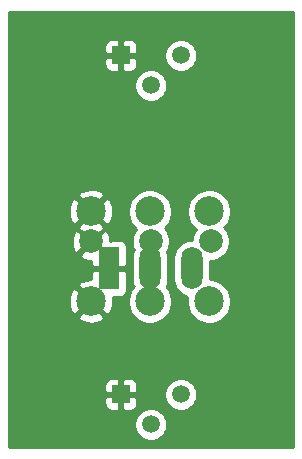
<source format=gbr>
%TF.GenerationSoftware,KiCad,Pcbnew,(5.1.9-0-10_14)*%
%TF.CreationDate,2021-10-27T21:19:31+01:00*%
%TF.ProjectId,Temp~Sensor,54656d70-7e53-4656-9e73-6f722e6b6963,rev?*%
%TF.SameCoordinates,Original*%
%TF.FileFunction,Copper,L2,Bot*%
%TF.FilePolarity,Positive*%
%FSLAX46Y46*%
G04 Gerber Fmt 4.6, Leading zero omitted, Abs format (unit mm)*
G04 Created by KiCad (PCBNEW (5.1.9-0-10_14)) date 2021-10-27 21:19:31*
%MOMM*%
%LPD*%
G01*
G04 APERTURE LIST*
%TA.AperFunction,ComponentPad*%
%ADD10C,1.520000*%
%TD*%
%TA.AperFunction,ComponentPad*%
%ADD11R,1.520000X1.520000*%
%TD*%
%TA.AperFunction,ComponentPad*%
%ADD12R,1.800000X3.600000*%
%TD*%
%TA.AperFunction,ComponentPad*%
%ADD13O,1.800000X3.600000*%
%TD*%
%TA.AperFunction,ComponentPad*%
%ADD14C,2.500000*%
%TD*%
%TA.AperFunction,ComponentPad*%
%ADD15C,2.000000*%
%TD*%
%TA.AperFunction,Conductor*%
%ADD16C,0.254000*%
%TD*%
%TA.AperFunction,Conductor*%
%ADD17C,0.100000*%
%TD*%
G04 APERTURE END LIST*
D10*
%TO.P,U2,2*%
%TO.N,Net-(D1-Pad1)*%
X132080000Y-109220000D03*
%TO.P,U2,3*%
%TO.N,Net-(J1-Pad3)*%
X134620000Y-106680000D03*
D11*
%TO.P,U2,1*%
%TO.N,Net-(J1-Pad1)*%
X129540000Y-106680000D03*
%TD*%
D10*
%TO.P,U1,2*%
%TO.N,Net-(D1-Pad1)*%
X132080000Y-80518000D03*
%TO.P,U1,3*%
%TO.N,Net-(J1-Pad3)*%
X134620000Y-77978000D03*
D11*
%TO.P,U1,1*%
%TO.N,Net-(J1-Pad1)*%
X129540000Y-77978000D03*
%TD*%
D12*
%TO.P,J1,1*%
%TO.N,Net-(J1-Pad1)*%
X128524000Y-96012000D03*
D13*
%TO.P,J1,2*%
%TO.N,Net-(D1-Pad1)*%
X132024000Y-96012000D03*
%TO.P,J1,3*%
%TO.N,Net-(J1-Pad3)*%
X135524000Y-96012000D03*
%TD*%
D14*
%TO.P,J2,3*%
%TO.N,Net-(J1-Pad3)*%
X137000000Y-98806000D03*
%TO.P,J2,2*%
%TO.N,Net-(D1-Pad1)*%
X132000000Y-98806000D03*
%TO.P,J2,1*%
%TO.N,Net-(J1-Pad1)*%
X127000000Y-98806000D03*
%TO.P,J2,3*%
%TO.N,Net-(J1-Pad3)*%
X137000000Y-91186000D03*
%TO.P,J2,2*%
%TO.N,Net-(D1-Pad1)*%
X132000000Y-91186000D03*
%TO.P,J2,1*%
%TO.N,Net-(J1-Pad1)*%
X127000000Y-91186000D03*
%TD*%
D15*
%TO.P,J3,3*%
%TO.N,Net-(J1-Pad3)*%
X137160000Y-98806000D03*
%TO.P,J3,2*%
%TO.N,Net-(D1-Pad1)*%
X132080000Y-98806000D03*
%TO.P,J3,1*%
%TO.N,Net-(J1-Pad1)*%
X127000000Y-98806000D03*
%TO.P,J3,3*%
%TO.N,Net-(J1-Pad3)*%
X137160000Y-93726000D03*
%TO.P,J3,2*%
%TO.N,Net-(D1-Pad1)*%
X132080000Y-93726000D03*
%TO.P,J3,1*%
%TO.N,Net-(J1-Pad1)*%
X127000000Y-93726000D03*
%TD*%
D16*
%TO.N,Net-(J1-Pad1)*%
X144120001Y-111100000D02*
X120040000Y-111100000D01*
X120040000Y-109082604D01*
X130685000Y-109082604D01*
X130685000Y-109357396D01*
X130738609Y-109626907D01*
X130843767Y-109880780D01*
X130996433Y-110109261D01*
X131190739Y-110303567D01*
X131419220Y-110456233D01*
X131673093Y-110561391D01*
X131942604Y-110615000D01*
X132217396Y-110615000D01*
X132486907Y-110561391D01*
X132740780Y-110456233D01*
X132969261Y-110303567D01*
X133163567Y-110109261D01*
X133316233Y-109880780D01*
X133421391Y-109626907D01*
X133475000Y-109357396D01*
X133475000Y-109082604D01*
X133421391Y-108813093D01*
X133316233Y-108559220D01*
X133163567Y-108330739D01*
X132969261Y-108136433D01*
X132740780Y-107983767D01*
X132486907Y-107878609D01*
X132217396Y-107825000D01*
X131942604Y-107825000D01*
X131673093Y-107878609D01*
X131419220Y-107983767D01*
X131190739Y-108136433D01*
X130996433Y-108330739D01*
X130843767Y-108559220D01*
X130738609Y-108813093D01*
X130685000Y-109082604D01*
X120040000Y-109082604D01*
X120040000Y-107440000D01*
X128141928Y-107440000D01*
X128154188Y-107564482D01*
X128190498Y-107684180D01*
X128249463Y-107794494D01*
X128328815Y-107891185D01*
X128425506Y-107970537D01*
X128535820Y-108029502D01*
X128655518Y-108065812D01*
X128780000Y-108078072D01*
X129254250Y-108075000D01*
X129413000Y-107916250D01*
X129413000Y-106807000D01*
X129667000Y-106807000D01*
X129667000Y-107916250D01*
X129825750Y-108075000D01*
X130300000Y-108078072D01*
X130424482Y-108065812D01*
X130544180Y-108029502D01*
X130654494Y-107970537D01*
X130751185Y-107891185D01*
X130830537Y-107794494D01*
X130889502Y-107684180D01*
X130925812Y-107564482D01*
X130938072Y-107440000D01*
X130935000Y-106965750D01*
X130776250Y-106807000D01*
X129667000Y-106807000D01*
X129413000Y-106807000D01*
X128303750Y-106807000D01*
X128145000Y-106965750D01*
X128141928Y-107440000D01*
X120040000Y-107440000D01*
X120040000Y-105920000D01*
X128141928Y-105920000D01*
X128145000Y-106394250D01*
X128303750Y-106553000D01*
X129413000Y-106553000D01*
X129413000Y-105443750D01*
X129667000Y-105443750D01*
X129667000Y-106553000D01*
X130776250Y-106553000D01*
X130786646Y-106542604D01*
X133225000Y-106542604D01*
X133225000Y-106817396D01*
X133278609Y-107086907D01*
X133383767Y-107340780D01*
X133536433Y-107569261D01*
X133730739Y-107763567D01*
X133959220Y-107916233D01*
X134213093Y-108021391D01*
X134482604Y-108075000D01*
X134757396Y-108075000D01*
X135026907Y-108021391D01*
X135280780Y-107916233D01*
X135509261Y-107763567D01*
X135703567Y-107569261D01*
X135856233Y-107340780D01*
X135961391Y-107086907D01*
X136015000Y-106817396D01*
X136015000Y-106542604D01*
X135961391Y-106273093D01*
X135856233Y-106019220D01*
X135703567Y-105790739D01*
X135509261Y-105596433D01*
X135280780Y-105443767D01*
X135026907Y-105338609D01*
X134757396Y-105285000D01*
X134482604Y-105285000D01*
X134213093Y-105338609D01*
X133959220Y-105443767D01*
X133730739Y-105596433D01*
X133536433Y-105790739D01*
X133383767Y-106019220D01*
X133278609Y-106273093D01*
X133225000Y-106542604D01*
X130786646Y-106542604D01*
X130935000Y-106394250D01*
X130938072Y-105920000D01*
X130925812Y-105795518D01*
X130889502Y-105675820D01*
X130830537Y-105565506D01*
X130751185Y-105468815D01*
X130654494Y-105389463D01*
X130544180Y-105330498D01*
X130424482Y-105294188D01*
X130300000Y-105281928D01*
X129825750Y-105285000D01*
X129667000Y-105443750D01*
X129413000Y-105443750D01*
X129254250Y-105285000D01*
X128780000Y-105281928D01*
X128655518Y-105294188D01*
X128535820Y-105330498D01*
X128425506Y-105389463D01*
X128328815Y-105468815D01*
X128249463Y-105565506D01*
X128190498Y-105675820D01*
X128154188Y-105795518D01*
X128141928Y-105920000D01*
X120040000Y-105920000D01*
X120040000Y-100119605D01*
X125866000Y-100119605D01*
X125991914Y-100409577D01*
X126324126Y-100575433D01*
X126682312Y-100673290D01*
X127052706Y-100699389D01*
X127421075Y-100652725D01*
X127773262Y-100535094D01*
X128008086Y-100409577D01*
X128134000Y-100119605D01*
X127000000Y-98985605D01*
X125866000Y-100119605D01*
X120040000Y-100119605D01*
X120040000Y-98858706D01*
X125106611Y-98858706D01*
X125153275Y-99227075D01*
X125270906Y-99579262D01*
X125396423Y-99814086D01*
X125686395Y-99940000D01*
X126820395Y-98806000D01*
X125686395Y-97672000D01*
X125396423Y-97797914D01*
X125230567Y-98130126D01*
X125132710Y-98488312D01*
X125106611Y-98858706D01*
X120040000Y-98858706D01*
X120040000Y-97492395D01*
X125866000Y-97492395D01*
X127000000Y-98626395D01*
X127014143Y-98612253D01*
X127193748Y-98791858D01*
X127179605Y-98806000D01*
X128313605Y-99940000D01*
X128603577Y-99814086D01*
X128769433Y-99481874D01*
X128867290Y-99123688D01*
X128893389Y-98753294D01*
X128854617Y-98447224D01*
X129424000Y-98450072D01*
X129548482Y-98437812D01*
X129668180Y-98401502D01*
X129778494Y-98342537D01*
X129875185Y-98263185D01*
X129954537Y-98166494D01*
X130013502Y-98056180D01*
X130049812Y-97936482D01*
X130062072Y-97812000D01*
X130059000Y-96297750D01*
X129900250Y-96139000D01*
X128651000Y-96139000D01*
X128651000Y-96159000D01*
X128397000Y-96159000D01*
X128397000Y-96139000D01*
X127147750Y-96139000D01*
X126989000Y-96297750D01*
X126987747Y-96915461D01*
X126947294Y-96912611D01*
X126578925Y-96959275D01*
X126226738Y-97076906D01*
X125991914Y-97202423D01*
X125866000Y-97492395D01*
X120040000Y-97492395D01*
X120040000Y-94861413D01*
X126044192Y-94861413D01*
X126139956Y-95125814D01*
X126429571Y-95266704D01*
X126741108Y-95348384D01*
X126988264Y-95363248D01*
X126989000Y-95726250D01*
X127147750Y-95885000D01*
X128397000Y-95885000D01*
X128397000Y-95865000D01*
X128651000Y-95865000D01*
X128651000Y-95885000D01*
X129900250Y-95885000D01*
X130059000Y-95726250D01*
X130062072Y-94212000D01*
X130049812Y-94087518D01*
X130013502Y-93967820D01*
X129954537Y-93857506D01*
X129875185Y-93760815D01*
X129778494Y-93681463D01*
X129668180Y-93622498D01*
X129548482Y-93586188D01*
X129424000Y-93573928D01*
X128809750Y-93577000D01*
X128651002Y-93735748D01*
X128651002Y-93577000D01*
X128629869Y-93577000D01*
X128597961Y-93344325D01*
X128492795Y-93039912D01*
X128399814Y-92865956D01*
X128135413Y-92770192D01*
X127179605Y-93726000D01*
X127193748Y-93740143D01*
X127174265Y-93759625D01*
X127172815Y-93760815D01*
X127171625Y-93762265D01*
X127014143Y-93919748D01*
X127000000Y-93905605D01*
X126044192Y-94861413D01*
X120040000Y-94861413D01*
X120040000Y-93788595D01*
X125358282Y-93788595D01*
X125402039Y-94107675D01*
X125507205Y-94412088D01*
X125600186Y-94586044D01*
X125864587Y-94681808D01*
X126820395Y-93726000D01*
X125864587Y-92770192D01*
X125600186Y-92865956D01*
X125459296Y-93155571D01*
X125377616Y-93467108D01*
X125358282Y-93788595D01*
X120040000Y-93788595D01*
X120040000Y-92499605D01*
X125866000Y-92499605D01*
X125991914Y-92789577D01*
X126324126Y-92955433D01*
X126440956Y-92987351D01*
X127000000Y-93546395D01*
X127560107Y-92986288D01*
X127773262Y-92915094D01*
X128008086Y-92789577D01*
X128134000Y-92499605D01*
X127000000Y-91365605D01*
X125866000Y-92499605D01*
X120040000Y-92499605D01*
X120040000Y-91238706D01*
X125106611Y-91238706D01*
X125153275Y-91607075D01*
X125270906Y-91959262D01*
X125396423Y-92194086D01*
X125686395Y-92320000D01*
X126820395Y-91186000D01*
X127179605Y-91186000D01*
X128313605Y-92320000D01*
X128603577Y-92194086D01*
X128769433Y-91861874D01*
X128867290Y-91503688D01*
X128893389Y-91133294D01*
X128876548Y-91000344D01*
X130115000Y-91000344D01*
X130115000Y-91371656D01*
X130187439Y-91735834D01*
X130329534Y-92078882D01*
X130535825Y-92387618D01*
X130798382Y-92650175D01*
X130825480Y-92668281D01*
X130810013Y-92683748D01*
X130631082Y-92951537D01*
X130507832Y-93249088D01*
X130445000Y-93564967D01*
X130445000Y-93887033D01*
X130507832Y-94202912D01*
X130622033Y-94478617D01*
X130598983Y-94521740D01*
X130511210Y-94811088D01*
X130489000Y-95036593D01*
X130489000Y-96987408D01*
X130511211Y-97212913D01*
X130598984Y-97502261D01*
X130612556Y-97527651D01*
X130535825Y-97604382D01*
X130329534Y-97913118D01*
X130187439Y-98256166D01*
X130115000Y-98620344D01*
X130115000Y-98991656D01*
X130187439Y-99355834D01*
X130329534Y-99698882D01*
X130535825Y-100007618D01*
X130798382Y-100270175D01*
X131107118Y-100476466D01*
X131450166Y-100618561D01*
X131814344Y-100691000D01*
X132185656Y-100691000D01*
X132549834Y-100618561D01*
X132892882Y-100476466D01*
X133201618Y-100270175D01*
X133464175Y-100007618D01*
X133670466Y-99698882D01*
X133812561Y-99355834D01*
X133885000Y-98991656D01*
X133885000Y-98620344D01*
X133812561Y-98256166D01*
X133670466Y-97913118D01*
X133464175Y-97604382D01*
X133418725Y-97558932D01*
X133449017Y-97502261D01*
X133536790Y-97212913D01*
X133559000Y-96987408D01*
X133559000Y-95036593D01*
X133989000Y-95036593D01*
X133989000Y-96987408D01*
X134011211Y-97212913D01*
X134098984Y-97502261D01*
X134241520Y-97768927D01*
X134433340Y-98002661D01*
X134667074Y-98194481D01*
X134933740Y-98337017D01*
X135157835Y-98404996D01*
X135115000Y-98620344D01*
X135115000Y-98991656D01*
X135187439Y-99355834D01*
X135329534Y-99698882D01*
X135535825Y-100007618D01*
X135798382Y-100270175D01*
X136107118Y-100476466D01*
X136450166Y-100618561D01*
X136814344Y-100691000D01*
X137185656Y-100691000D01*
X137549834Y-100618561D01*
X137892882Y-100476466D01*
X138201618Y-100270175D01*
X138464175Y-100007618D01*
X138670466Y-99698882D01*
X138812561Y-99355834D01*
X138885000Y-98991656D01*
X138885000Y-98620344D01*
X138812561Y-98256166D01*
X138670466Y-97913118D01*
X138464175Y-97604382D01*
X138201618Y-97341825D01*
X137892882Y-97135534D01*
X137549834Y-96993439D01*
X137185656Y-96921000D01*
X137059000Y-96921000D01*
X137059000Y-95361000D01*
X137321033Y-95361000D01*
X137636912Y-95298168D01*
X137934463Y-95174918D01*
X138202252Y-94995987D01*
X138429987Y-94768252D01*
X138608918Y-94500463D01*
X138732168Y-94202912D01*
X138795000Y-93887033D01*
X138795000Y-93564967D01*
X138732168Y-93249088D01*
X138608918Y-92951537D01*
X138429987Y-92683748D01*
X138299016Y-92552777D01*
X138464175Y-92387618D01*
X138670466Y-92078882D01*
X138812561Y-91735834D01*
X138885000Y-91371656D01*
X138885000Y-91000344D01*
X138812561Y-90636166D01*
X138670466Y-90293118D01*
X138464175Y-89984382D01*
X138201618Y-89721825D01*
X137892882Y-89515534D01*
X137549834Y-89373439D01*
X137185656Y-89301000D01*
X136814344Y-89301000D01*
X136450166Y-89373439D01*
X136107118Y-89515534D01*
X135798382Y-89721825D01*
X135535825Y-89984382D01*
X135329534Y-90293118D01*
X135187439Y-90636166D01*
X135115000Y-91000344D01*
X135115000Y-91371656D01*
X135187439Y-91735834D01*
X135329534Y-92078882D01*
X135535825Y-92387618D01*
X135798382Y-92650175D01*
X135877239Y-92702866D01*
X135711082Y-92951537D01*
X135587832Y-93249088D01*
X135525000Y-93564967D01*
X135525000Y-93569671D01*
X135524000Y-93569573D01*
X135223087Y-93599210D01*
X134933739Y-93686983D01*
X134667073Y-93829519D01*
X134433339Y-94021339D01*
X134241519Y-94255074D01*
X134098983Y-94521740D01*
X134011210Y-94811088D01*
X133989000Y-95036593D01*
X133559000Y-95036593D01*
X133559000Y-95036592D01*
X133536790Y-94811087D01*
X133469526Y-94589349D01*
X133528918Y-94500463D01*
X133652168Y-94202912D01*
X133715000Y-93887033D01*
X133715000Y-93564967D01*
X133652168Y-93249088D01*
X133528918Y-92951537D01*
X133349987Y-92683748D01*
X133259016Y-92592777D01*
X133464175Y-92387618D01*
X133670466Y-92078882D01*
X133812561Y-91735834D01*
X133885000Y-91371656D01*
X133885000Y-91000344D01*
X133812561Y-90636166D01*
X133670466Y-90293118D01*
X133464175Y-89984382D01*
X133201618Y-89721825D01*
X132892882Y-89515534D01*
X132549834Y-89373439D01*
X132185656Y-89301000D01*
X131814344Y-89301000D01*
X131450166Y-89373439D01*
X131107118Y-89515534D01*
X130798382Y-89721825D01*
X130535825Y-89984382D01*
X130329534Y-90293118D01*
X130187439Y-90636166D01*
X130115000Y-91000344D01*
X128876548Y-91000344D01*
X128846725Y-90764925D01*
X128729094Y-90412738D01*
X128603577Y-90177914D01*
X128313605Y-90052000D01*
X127179605Y-91186000D01*
X126820395Y-91186000D01*
X125686395Y-90052000D01*
X125396423Y-90177914D01*
X125230567Y-90510126D01*
X125132710Y-90868312D01*
X125106611Y-91238706D01*
X120040000Y-91238706D01*
X120040000Y-89872395D01*
X125866000Y-89872395D01*
X127000000Y-91006395D01*
X128134000Y-89872395D01*
X128008086Y-89582423D01*
X127675874Y-89416567D01*
X127317688Y-89318710D01*
X126947294Y-89292611D01*
X126578925Y-89339275D01*
X126226738Y-89456906D01*
X125991914Y-89582423D01*
X125866000Y-89872395D01*
X120040000Y-89872395D01*
X120040000Y-80380604D01*
X130685000Y-80380604D01*
X130685000Y-80655396D01*
X130738609Y-80924907D01*
X130843767Y-81178780D01*
X130996433Y-81407261D01*
X131190739Y-81601567D01*
X131419220Y-81754233D01*
X131673093Y-81859391D01*
X131942604Y-81913000D01*
X132217396Y-81913000D01*
X132486907Y-81859391D01*
X132740780Y-81754233D01*
X132969261Y-81601567D01*
X133163567Y-81407261D01*
X133316233Y-81178780D01*
X133421391Y-80924907D01*
X133475000Y-80655396D01*
X133475000Y-80380604D01*
X133421391Y-80111093D01*
X133316233Y-79857220D01*
X133163567Y-79628739D01*
X132969261Y-79434433D01*
X132740780Y-79281767D01*
X132486907Y-79176609D01*
X132217396Y-79123000D01*
X131942604Y-79123000D01*
X131673093Y-79176609D01*
X131419220Y-79281767D01*
X131190739Y-79434433D01*
X130996433Y-79628739D01*
X130843767Y-79857220D01*
X130738609Y-80111093D01*
X130685000Y-80380604D01*
X120040000Y-80380604D01*
X120040000Y-78738000D01*
X128141928Y-78738000D01*
X128154188Y-78862482D01*
X128190498Y-78982180D01*
X128249463Y-79092494D01*
X128328815Y-79189185D01*
X128425506Y-79268537D01*
X128535820Y-79327502D01*
X128655518Y-79363812D01*
X128780000Y-79376072D01*
X129254250Y-79373000D01*
X129413000Y-79214250D01*
X129413000Y-78105000D01*
X129667000Y-78105000D01*
X129667000Y-79214250D01*
X129825750Y-79373000D01*
X130300000Y-79376072D01*
X130424482Y-79363812D01*
X130544180Y-79327502D01*
X130654494Y-79268537D01*
X130751185Y-79189185D01*
X130830537Y-79092494D01*
X130889502Y-78982180D01*
X130925812Y-78862482D01*
X130938072Y-78738000D01*
X130935000Y-78263750D01*
X130776250Y-78105000D01*
X129667000Y-78105000D01*
X129413000Y-78105000D01*
X128303750Y-78105000D01*
X128145000Y-78263750D01*
X128141928Y-78738000D01*
X120040000Y-78738000D01*
X120040000Y-77218000D01*
X128141928Y-77218000D01*
X128145000Y-77692250D01*
X128303750Y-77851000D01*
X129413000Y-77851000D01*
X129413000Y-76741750D01*
X129667000Y-76741750D01*
X129667000Y-77851000D01*
X130776250Y-77851000D01*
X130786646Y-77840604D01*
X133225000Y-77840604D01*
X133225000Y-78115396D01*
X133278609Y-78384907D01*
X133383767Y-78638780D01*
X133536433Y-78867261D01*
X133730739Y-79061567D01*
X133959220Y-79214233D01*
X134213093Y-79319391D01*
X134482604Y-79373000D01*
X134757396Y-79373000D01*
X135026907Y-79319391D01*
X135280780Y-79214233D01*
X135509261Y-79061567D01*
X135703567Y-78867261D01*
X135856233Y-78638780D01*
X135961391Y-78384907D01*
X136015000Y-78115396D01*
X136015000Y-77840604D01*
X135961391Y-77571093D01*
X135856233Y-77317220D01*
X135703567Y-77088739D01*
X135509261Y-76894433D01*
X135280780Y-76741767D01*
X135026907Y-76636609D01*
X134757396Y-76583000D01*
X134482604Y-76583000D01*
X134213093Y-76636609D01*
X133959220Y-76741767D01*
X133730739Y-76894433D01*
X133536433Y-77088739D01*
X133383767Y-77317220D01*
X133278609Y-77571093D01*
X133225000Y-77840604D01*
X130786646Y-77840604D01*
X130935000Y-77692250D01*
X130938072Y-77218000D01*
X130925812Y-77093518D01*
X130889502Y-76973820D01*
X130830537Y-76863506D01*
X130751185Y-76766815D01*
X130654494Y-76687463D01*
X130544180Y-76628498D01*
X130424482Y-76592188D01*
X130300000Y-76579928D01*
X129825750Y-76583000D01*
X129667000Y-76741750D01*
X129413000Y-76741750D01*
X129254250Y-76583000D01*
X128780000Y-76579928D01*
X128655518Y-76592188D01*
X128535820Y-76628498D01*
X128425506Y-76687463D01*
X128328815Y-76766815D01*
X128249463Y-76863506D01*
X128190498Y-76973820D01*
X128154188Y-77093518D01*
X128141928Y-77218000D01*
X120040000Y-77218000D01*
X120040000Y-74320000D01*
X144120000Y-74320000D01*
X144120001Y-111100000D01*
%TA.AperFunction,Conductor*%
D17*
G36*
X144120001Y-111100000D02*
G01*
X120040000Y-111100000D01*
X120040000Y-109082604D01*
X130685000Y-109082604D01*
X130685000Y-109357396D01*
X130738609Y-109626907D01*
X130843767Y-109880780D01*
X130996433Y-110109261D01*
X131190739Y-110303567D01*
X131419220Y-110456233D01*
X131673093Y-110561391D01*
X131942604Y-110615000D01*
X132217396Y-110615000D01*
X132486907Y-110561391D01*
X132740780Y-110456233D01*
X132969261Y-110303567D01*
X133163567Y-110109261D01*
X133316233Y-109880780D01*
X133421391Y-109626907D01*
X133475000Y-109357396D01*
X133475000Y-109082604D01*
X133421391Y-108813093D01*
X133316233Y-108559220D01*
X133163567Y-108330739D01*
X132969261Y-108136433D01*
X132740780Y-107983767D01*
X132486907Y-107878609D01*
X132217396Y-107825000D01*
X131942604Y-107825000D01*
X131673093Y-107878609D01*
X131419220Y-107983767D01*
X131190739Y-108136433D01*
X130996433Y-108330739D01*
X130843767Y-108559220D01*
X130738609Y-108813093D01*
X130685000Y-109082604D01*
X120040000Y-109082604D01*
X120040000Y-107440000D01*
X128141928Y-107440000D01*
X128154188Y-107564482D01*
X128190498Y-107684180D01*
X128249463Y-107794494D01*
X128328815Y-107891185D01*
X128425506Y-107970537D01*
X128535820Y-108029502D01*
X128655518Y-108065812D01*
X128780000Y-108078072D01*
X129254250Y-108075000D01*
X129413000Y-107916250D01*
X129413000Y-106807000D01*
X129667000Y-106807000D01*
X129667000Y-107916250D01*
X129825750Y-108075000D01*
X130300000Y-108078072D01*
X130424482Y-108065812D01*
X130544180Y-108029502D01*
X130654494Y-107970537D01*
X130751185Y-107891185D01*
X130830537Y-107794494D01*
X130889502Y-107684180D01*
X130925812Y-107564482D01*
X130938072Y-107440000D01*
X130935000Y-106965750D01*
X130776250Y-106807000D01*
X129667000Y-106807000D01*
X129413000Y-106807000D01*
X128303750Y-106807000D01*
X128145000Y-106965750D01*
X128141928Y-107440000D01*
X120040000Y-107440000D01*
X120040000Y-105920000D01*
X128141928Y-105920000D01*
X128145000Y-106394250D01*
X128303750Y-106553000D01*
X129413000Y-106553000D01*
X129413000Y-105443750D01*
X129667000Y-105443750D01*
X129667000Y-106553000D01*
X130776250Y-106553000D01*
X130786646Y-106542604D01*
X133225000Y-106542604D01*
X133225000Y-106817396D01*
X133278609Y-107086907D01*
X133383767Y-107340780D01*
X133536433Y-107569261D01*
X133730739Y-107763567D01*
X133959220Y-107916233D01*
X134213093Y-108021391D01*
X134482604Y-108075000D01*
X134757396Y-108075000D01*
X135026907Y-108021391D01*
X135280780Y-107916233D01*
X135509261Y-107763567D01*
X135703567Y-107569261D01*
X135856233Y-107340780D01*
X135961391Y-107086907D01*
X136015000Y-106817396D01*
X136015000Y-106542604D01*
X135961391Y-106273093D01*
X135856233Y-106019220D01*
X135703567Y-105790739D01*
X135509261Y-105596433D01*
X135280780Y-105443767D01*
X135026907Y-105338609D01*
X134757396Y-105285000D01*
X134482604Y-105285000D01*
X134213093Y-105338609D01*
X133959220Y-105443767D01*
X133730739Y-105596433D01*
X133536433Y-105790739D01*
X133383767Y-106019220D01*
X133278609Y-106273093D01*
X133225000Y-106542604D01*
X130786646Y-106542604D01*
X130935000Y-106394250D01*
X130938072Y-105920000D01*
X130925812Y-105795518D01*
X130889502Y-105675820D01*
X130830537Y-105565506D01*
X130751185Y-105468815D01*
X130654494Y-105389463D01*
X130544180Y-105330498D01*
X130424482Y-105294188D01*
X130300000Y-105281928D01*
X129825750Y-105285000D01*
X129667000Y-105443750D01*
X129413000Y-105443750D01*
X129254250Y-105285000D01*
X128780000Y-105281928D01*
X128655518Y-105294188D01*
X128535820Y-105330498D01*
X128425506Y-105389463D01*
X128328815Y-105468815D01*
X128249463Y-105565506D01*
X128190498Y-105675820D01*
X128154188Y-105795518D01*
X128141928Y-105920000D01*
X120040000Y-105920000D01*
X120040000Y-100119605D01*
X125866000Y-100119605D01*
X125991914Y-100409577D01*
X126324126Y-100575433D01*
X126682312Y-100673290D01*
X127052706Y-100699389D01*
X127421075Y-100652725D01*
X127773262Y-100535094D01*
X128008086Y-100409577D01*
X128134000Y-100119605D01*
X127000000Y-98985605D01*
X125866000Y-100119605D01*
X120040000Y-100119605D01*
X120040000Y-98858706D01*
X125106611Y-98858706D01*
X125153275Y-99227075D01*
X125270906Y-99579262D01*
X125396423Y-99814086D01*
X125686395Y-99940000D01*
X126820395Y-98806000D01*
X125686395Y-97672000D01*
X125396423Y-97797914D01*
X125230567Y-98130126D01*
X125132710Y-98488312D01*
X125106611Y-98858706D01*
X120040000Y-98858706D01*
X120040000Y-97492395D01*
X125866000Y-97492395D01*
X127000000Y-98626395D01*
X127014143Y-98612253D01*
X127193748Y-98791858D01*
X127179605Y-98806000D01*
X128313605Y-99940000D01*
X128603577Y-99814086D01*
X128769433Y-99481874D01*
X128867290Y-99123688D01*
X128893389Y-98753294D01*
X128854617Y-98447224D01*
X129424000Y-98450072D01*
X129548482Y-98437812D01*
X129668180Y-98401502D01*
X129778494Y-98342537D01*
X129875185Y-98263185D01*
X129954537Y-98166494D01*
X130013502Y-98056180D01*
X130049812Y-97936482D01*
X130062072Y-97812000D01*
X130059000Y-96297750D01*
X129900250Y-96139000D01*
X128651000Y-96139000D01*
X128651000Y-96159000D01*
X128397000Y-96159000D01*
X128397000Y-96139000D01*
X127147750Y-96139000D01*
X126989000Y-96297750D01*
X126987747Y-96915461D01*
X126947294Y-96912611D01*
X126578925Y-96959275D01*
X126226738Y-97076906D01*
X125991914Y-97202423D01*
X125866000Y-97492395D01*
X120040000Y-97492395D01*
X120040000Y-94861413D01*
X126044192Y-94861413D01*
X126139956Y-95125814D01*
X126429571Y-95266704D01*
X126741108Y-95348384D01*
X126988264Y-95363248D01*
X126989000Y-95726250D01*
X127147750Y-95885000D01*
X128397000Y-95885000D01*
X128397000Y-95865000D01*
X128651000Y-95865000D01*
X128651000Y-95885000D01*
X129900250Y-95885000D01*
X130059000Y-95726250D01*
X130062072Y-94212000D01*
X130049812Y-94087518D01*
X130013502Y-93967820D01*
X129954537Y-93857506D01*
X129875185Y-93760815D01*
X129778494Y-93681463D01*
X129668180Y-93622498D01*
X129548482Y-93586188D01*
X129424000Y-93573928D01*
X128809750Y-93577000D01*
X128651002Y-93735748D01*
X128651002Y-93577000D01*
X128629869Y-93577000D01*
X128597961Y-93344325D01*
X128492795Y-93039912D01*
X128399814Y-92865956D01*
X128135413Y-92770192D01*
X127179605Y-93726000D01*
X127193748Y-93740143D01*
X127174265Y-93759625D01*
X127172815Y-93760815D01*
X127171625Y-93762265D01*
X127014143Y-93919748D01*
X127000000Y-93905605D01*
X126044192Y-94861413D01*
X120040000Y-94861413D01*
X120040000Y-93788595D01*
X125358282Y-93788595D01*
X125402039Y-94107675D01*
X125507205Y-94412088D01*
X125600186Y-94586044D01*
X125864587Y-94681808D01*
X126820395Y-93726000D01*
X125864587Y-92770192D01*
X125600186Y-92865956D01*
X125459296Y-93155571D01*
X125377616Y-93467108D01*
X125358282Y-93788595D01*
X120040000Y-93788595D01*
X120040000Y-92499605D01*
X125866000Y-92499605D01*
X125991914Y-92789577D01*
X126324126Y-92955433D01*
X126440956Y-92987351D01*
X127000000Y-93546395D01*
X127560107Y-92986288D01*
X127773262Y-92915094D01*
X128008086Y-92789577D01*
X128134000Y-92499605D01*
X127000000Y-91365605D01*
X125866000Y-92499605D01*
X120040000Y-92499605D01*
X120040000Y-91238706D01*
X125106611Y-91238706D01*
X125153275Y-91607075D01*
X125270906Y-91959262D01*
X125396423Y-92194086D01*
X125686395Y-92320000D01*
X126820395Y-91186000D01*
X127179605Y-91186000D01*
X128313605Y-92320000D01*
X128603577Y-92194086D01*
X128769433Y-91861874D01*
X128867290Y-91503688D01*
X128893389Y-91133294D01*
X128876548Y-91000344D01*
X130115000Y-91000344D01*
X130115000Y-91371656D01*
X130187439Y-91735834D01*
X130329534Y-92078882D01*
X130535825Y-92387618D01*
X130798382Y-92650175D01*
X130825480Y-92668281D01*
X130810013Y-92683748D01*
X130631082Y-92951537D01*
X130507832Y-93249088D01*
X130445000Y-93564967D01*
X130445000Y-93887033D01*
X130507832Y-94202912D01*
X130622033Y-94478617D01*
X130598983Y-94521740D01*
X130511210Y-94811088D01*
X130489000Y-95036593D01*
X130489000Y-96987408D01*
X130511211Y-97212913D01*
X130598984Y-97502261D01*
X130612556Y-97527651D01*
X130535825Y-97604382D01*
X130329534Y-97913118D01*
X130187439Y-98256166D01*
X130115000Y-98620344D01*
X130115000Y-98991656D01*
X130187439Y-99355834D01*
X130329534Y-99698882D01*
X130535825Y-100007618D01*
X130798382Y-100270175D01*
X131107118Y-100476466D01*
X131450166Y-100618561D01*
X131814344Y-100691000D01*
X132185656Y-100691000D01*
X132549834Y-100618561D01*
X132892882Y-100476466D01*
X133201618Y-100270175D01*
X133464175Y-100007618D01*
X133670466Y-99698882D01*
X133812561Y-99355834D01*
X133885000Y-98991656D01*
X133885000Y-98620344D01*
X133812561Y-98256166D01*
X133670466Y-97913118D01*
X133464175Y-97604382D01*
X133418725Y-97558932D01*
X133449017Y-97502261D01*
X133536790Y-97212913D01*
X133559000Y-96987408D01*
X133559000Y-95036593D01*
X133989000Y-95036593D01*
X133989000Y-96987408D01*
X134011211Y-97212913D01*
X134098984Y-97502261D01*
X134241520Y-97768927D01*
X134433340Y-98002661D01*
X134667074Y-98194481D01*
X134933740Y-98337017D01*
X135157835Y-98404996D01*
X135115000Y-98620344D01*
X135115000Y-98991656D01*
X135187439Y-99355834D01*
X135329534Y-99698882D01*
X135535825Y-100007618D01*
X135798382Y-100270175D01*
X136107118Y-100476466D01*
X136450166Y-100618561D01*
X136814344Y-100691000D01*
X137185656Y-100691000D01*
X137549834Y-100618561D01*
X137892882Y-100476466D01*
X138201618Y-100270175D01*
X138464175Y-100007618D01*
X138670466Y-99698882D01*
X138812561Y-99355834D01*
X138885000Y-98991656D01*
X138885000Y-98620344D01*
X138812561Y-98256166D01*
X138670466Y-97913118D01*
X138464175Y-97604382D01*
X138201618Y-97341825D01*
X137892882Y-97135534D01*
X137549834Y-96993439D01*
X137185656Y-96921000D01*
X137059000Y-96921000D01*
X137059000Y-95361000D01*
X137321033Y-95361000D01*
X137636912Y-95298168D01*
X137934463Y-95174918D01*
X138202252Y-94995987D01*
X138429987Y-94768252D01*
X138608918Y-94500463D01*
X138732168Y-94202912D01*
X138795000Y-93887033D01*
X138795000Y-93564967D01*
X138732168Y-93249088D01*
X138608918Y-92951537D01*
X138429987Y-92683748D01*
X138299016Y-92552777D01*
X138464175Y-92387618D01*
X138670466Y-92078882D01*
X138812561Y-91735834D01*
X138885000Y-91371656D01*
X138885000Y-91000344D01*
X138812561Y-90636166D01*
X138670466Y-90293118D01*
X138464175Y-89984382D01*
X138201618Y-89721825D01*
X137892882Y-89515534D01*
X137549834Y-89373439D01*
X137185656Y-89301000D01*
X136814344Y-89301000D01*
X136450166Y-89373439D01*
X136107118Y-89515534D01*
X135798382Y-89721825D01*
X135535825Y-89984382D01*
X135329534Y-90293118D01*
X135187439Y-90636166D01*
X135115000Y-91000344D01*
X135115000Y-91371656D01*
X135187439Y-91735834D01*
X135329534Y-92078882D01*
X135535825Y-92387618D01*
X135798382Y-92650175D01*
X135877239Y-92702866D01*
X135711082Y-92951537D01*
X135587832Y-93249088D01*
X135525000Y-93564967D01*
X135525000Y-93569671D01*
X135524000Y-93569573D01*
X135223087Y-93599210D01*
X134933739Y-93686983D01*
X134667073Y-93829519D01*
X134433339Y-94021339D01*
X134241519Y-94255074D01*
X134098983Y-94521740D01*
X134011210Y-94811088D01*
X133989000Y-95036593D01*
X133559000Y-95036593D01*
X133559000Y-95036592D01*
X133536790Y-94811087D01*
X133469526Y-94589349D01*
X133528918Y-94500463D01*
X133652168Y-94202912D01*
X133715000Y-93887033D01*
X133715000Y-93564967D01*
X133652168Y-93249088D01*
X133528918Y-92951537D01*
X133349987Y-92683748D01*
X133259016Y-92592777D01*
X133464175Y-92387618D01*
X133670466Y-92078882D01*
X133812561Y-91735834D01*
X133885000Y-91371656D01*
X133885000Y-91000344D01*
X133812561Y-90636166D01*
X133670466Y-90293118D01*
X133464175Y-89984382D01*
X133201618Y-89721825D01*
X132892882Y-89515534D01*
X132549834Y-89373439D01*
X132185656Y-89301000D01*
X131814344Y-89301000D01*
X131450166Y-89373439D01*
X131107118Y-89515534D01*
X130798382Y-89721825D01*
X130535825Y-89984382D01*
X130329534Y-90293118D01*
X130187439Y-90636166D01*
X130115000Y-91000344D01*
X128876548Y-91000344D01*
X128846725Y-90764925D01*
X128729094Y-90412738D01*
X128603577Y-90177914D01*
X128313605Y-90052000D01*
X127179605Y-91186000D01*
X126820395Y-91186000D01*
X125686395Y-90052000D01*
X125396423Y-90177914D01*
X125230567Y-90510126D01*
X125132710Y-90868312D01*
X125106611Y-91238706D01*
X120040000Y-91238706D01*
X120040000Y-89872395D01*
X125866000Y-89872395D01*
X127000000Y-91006395D01*
X128134000Y-89872395D01*
X128008086Y-89582423D01*
X127675874Y-89416567D01*
X127317688Y-89318710D01*
X126947294Y-89292611D01*
X126578925Y-89339275D01*
X126226738Y-89456906D01*
X125991914Y-89582423D01*
X125866000Y-89872395D01*
X120040000Y-89872395D01*
X120040000Y-80380604D01*
X130685000Y-80380604D01*
X130685000Y-80655396D01*
X130738609Y-80924907D01*
X130843767Y-81178780D01*
X130996433Y-81407261D01*
X131190739Y-81601567D01*
X131419220Y-81754233D01*
X131673093Y-81859391D01*
X131942604Y-81913000D01*
X132217396Y-81913000D01*
X132486907Y-81859391D01*
X132740780Y-81754233D01*
X132969261Y-81601567D01*
X133163567Y-81407261D01*
X133316233Y-81178780D01*
X133421391Y-80924907D01*
X133475000Y-80655396D01*
X133475000Y-80380604D01*
X133421391Y-80111093D01*
X133316233Y-79857220D01*
X133163567Y-79628739D01*
X132969261Y-79434433D01*
X132740780Y-79281767D01*
X132486907Y-79176609D01*
X132217396Y-79123000D01*
X131942604Y-79123000D01*
X131673093Y-79176609D01*
X131419220Y-79281767D01*
X131190739Y-79434433D01*
X130996433Y-79628739D01*
X130843767Y-79857220D01*
X130738609Y-80111093D01*
X130685000Y-80380604D01*
X120040000Y-80380604D01*
X120040000Y-78738000D01*
X128141928Y-78738000D01*
X128154188Y-78862482D01*
X128190498Y-78982180D01*
X128249463Y-79092494D01*
X128328815Y-79189185D01*
X128425506Y-79268537D01*
X128535820Y-79327502D01*
X128655518Y-79363812D01*
X128780000Y-79376072D01*
X129254250Y-79373000D01*
X129413000Y-79214250D01*
X129413000Y-78105000D01*
X129667000Y-78105000D01*
X129667000Y-79214250D01*
X129825750Y-79373000D01*
X130300000Y-79376072D01*
X130424482Y-79363812D01*
X130544180Y-79327502D01*
X130654494Y-79268537D01*
X130751185Y-79189185D01*
X130830537Y-79092494D01*
X130889502Y-78982180D01*
X130925812Y-78862482D01*
X130938072Y-78738000D01*
X130935000Y-78263750D01*
X130776250Y-78105000D01*
X129667000Y-78105000D01*
X129413000Y-78105000D01*
X128303750Y-78105000D01*
X128145000Y-78263750D01*
X128141928Y-78738000D01*
X120040000Y-78738000D01*
X120040000Y-77218000D01*
X128141928Y-77218000D01*
X128145000Y-77692250D01*
X128303750Y-77851000D01*
X129413000Y-77851000D01*
X129413000Y-76741750D01*
X129667000Y-76741750D01*
X129667000Y-77851000D01*
X130776250Y-77851000D01*
X130786646Y-77840604D01*
X133225000Y-77840604D01*
X133225000Y-78115396D01*
X133278609Y-78384907D01*
X133383767Y-78638780D01*
X133536433Y-78867261D01*
X133730739Y-79061567D01*
X133959220Y-79214233D01*
X134213093Y-79319391D01*
X134482604Y-79373000D01*
X134757396Y-79373000D01*
X135026907Y-79319391D01*
X135280780Y-79214233D01*
X135509261Y-79061567D01*
X135703567Y-78867261D01*
X135856233Y-78638780D01*
X135961391Y-78384907D01*
X136015000Y-78115396D01*
X136015000Y-77840604D01*
X135961391Y-77571093D01*
X135856233Y-77317220D01*
X135703567Y-77088739D01*
X135509261Y-76894433D01*
X135280780Y-76741767D01*
X135026907Y-76636609D01*
X134757396Y-76583000D01*
X134482604Y-76583000D01*
X134213093Y-76636609D01*
X133959220Y-76741767D01*
X133730739Y-76894433D01*
X133536433Y-77088739D01*
X133383767Y-77317220D01*
X133278609Y-77571093D01*
X133225000Y-77840604D01*
X130786646Y-77840604D01*
X130935000Y-77692250D01*
X130938072Y-77218000D01*
X130925812Y-77093518D01*
X130889502Y-76973820D01*
X130830537Y-76863506D01*
X130751185Y-76766815D01*
X130654494Y-76687463D01*
X130544180Y-76628498D01*
X130424482Y-76592188D01*
X130300000Y-76579928D01*
X129825750Y-76583000D01*
X129667000Y-76741750D01*
X129413000Y-76741750D01*
X129254250Y-76583000D01*
X128780000Y-76579928D01*
X128655518Y-76592188D01*
X128535820Y-76628498D01*
X128425506Y-76687463D01*
X128328815Y-76766815D01*
X128249463Y-76863506D01*
X128190498Y-76973820D01*
X128154188Y-77093518D01*
X128141928Y-77218000D01*
X120040000Y-77218000D01*
X120040000Y-74320000D01*
X144120000Y-74320000D01*
X144120001Y-111100000D01*
G37*
%TD.AperFunction*%
%TD*%
M02*

</source>
